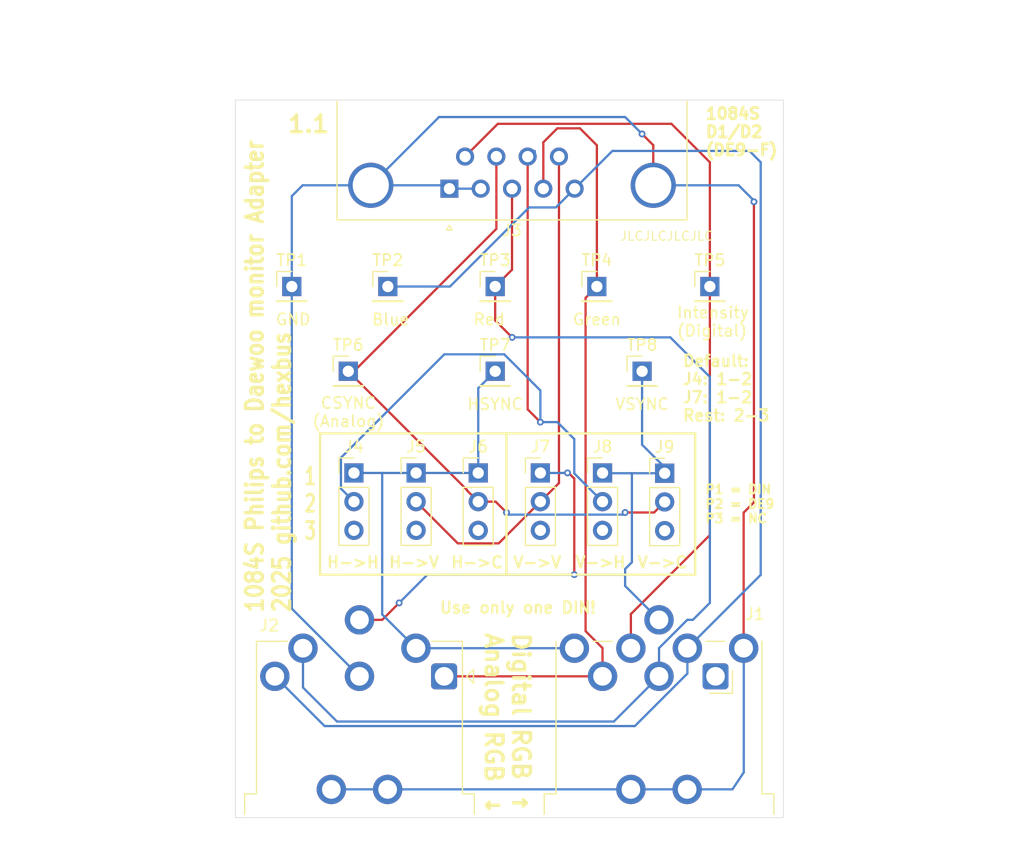
<source format=kicad_pcb>
(kicad_pcb (version 20240108) (generator "pcbnew") (generator_version "8.0")
  (layers (0 "F.Cu" signal) (31 "B.Cu" signal) (34 "B.Paste" user) (35 "F.Paste" user) (36 "B.SilkS" user "B.Silkscreen") (37 "F.SilkS" user "F.Silkscreen") (38 "B.Mask" user) (39 "F.Mask" user) (44 "Edge.Cuts" user))
  (net 0 "")
  (net 3 "/BLUE")
  (net 4 "/HSYNC")
  (net 5 "/GREEN")
  (net 6 "/VSYNC")
  (net 7 "/INTENSITY")
  (net 8 "/GND")
  (net 9 "/RED")
  (net 10 "/CSYNC9")
  (net 15 "/unconnected-(J9-Pin_3-Pad3)")
  (net 16 "HSYNC9")
  (net 17 "VSYNC9")
  (footprint "Connector_PinHeader_2.54mm:PinHeader_1x03_P2.54mm_Vertical" (layer "F.Cu") (at 192.5 94)
    (property "Reference" "J8" (at 0 -2.33 0) (layer "F.SilkS"))
    (property "Value" "V->H")
    (fp_line (start -1.33 -1.33) (end 0 -1.33) (stroke (width 0.12)) (layer "F.SilkS"))
    (fp_line (start -1.33 0) (end -1.33 -1.33) (stroke (width 0.12)) (layer "F.SilkS"))
    (fp_line (start -1.33 1.27) (end -1.33 6.41) (stroke (width 0.12)) (layer "F.SilkS"))
    (fp_line (start -1.33 1.27) (end 1.33 1.27) (stroke (width 0.12)) (layer "F.SilkS"))
    (fp_line (start -1.33 6.41) (end 1.33 6.41) (stroke (width 0.12)) (layer "F.SilkS"))
    (fp_line (start 1.33 1.27) (end 1.33 6.41) (stroke (width 0.12)) (layer "F.SilkS"))
    (pad "1" thru_hole rect (at 0 0) (size 1.7 1.7) (drill 1) (layers "*.Cu" "*.Mask") (net 6 "/VSYNC"))
    (pad "2" thru_hole oval (at 0 2.54) (size 1.7 1.7) (drill 1) (layers "*.Cu" "*.Mask") (net 16 "HSYNC9"))
    (pad "3" thru_hole oval (at 0 5.08) (size 1.7 1.7) (drill 1) (layers "*.Cu" "*.Mask") (net 15 "/unconnected-(J9-Pin_3-Pad3)"))
  )
  (footprint "Connector_PinHeader_2.54mm:PinHeader_1x01_P2.54mm_Vertical" (layer "F.Cu") (at 183 85)
    (property "Reference" "TP7" (at 0 -2.33 0) (layer "F.SilkS"))
    (property "Value" "Pin 8 HSYNC")
    (fp_line (start -1.33 -1.33) (end 0 -1.33) (stroke (width 0.12)) (layer "F.SilkS"))
    (fp_line (start -1.33 0) (end -1.33 -1.33) (stroke (width 0.12)) (layer "F.SilkS"))
    (fp_line (start -1.33 1.27) (end -1.33 1.33) (stroke (width 0.12)) (layer "F.SilkS"))
    (fp_line (start -1.33 1.27) (end 1.33 1.27) (stroke (width 0.12)) (layer "F.SilkS"))
    (fp_line (start -1.33 1.33) (end 1.33 1.33) (stroke (width 0.12)) (layer "F.SilkS"))
    (fp_line (start 1.33 1.27) (end 1.33 1.33) (stroke (width 0.12)) (layer "F.SilkS"))
    (pad "1" thru_hole rect (at 0 0) (size 1.7 1.7) (drill 1) (layers "*.Cu" "*.Mask") (net 4 "/HSYNC"))
  )
  (footprint "Connector_PinHeader_2.54mm:PinHeader_1x01_P2.54mm_Vertical" (layer "F.Cu") (at 183 77.5)
    (property "Reference" "TP3" (at 0 -2.33 0) (layer "F.SilkS"))
    (property "Value" "Pin 3 RED")
    (fp_line (start -1.33 -1.33) (end 0 -1.33) (stroke (width 0.12)) (layer "F.SilkS"))
    (fp_line (start -1.33 0) (end -1.33 -1.33) (stroke (width 0.12)) (layer "F.SilkS"))
    (fp_line (start -1.33 1.27) (end -1.33 1.33) (stroke (width 0.12)) (layer "F.SilkS"))
    (fp_line (start -1.33 1.27) (end 1.33 1.27) (stroke (width 0.12)) (layer "F.SilkS"))
    (fp_line (start -1.33 1.33) (end 1.33 1.33) (stroke (width 0.12)) (layer "F.SilkS"))
    (fp_line (start 1.33 1.27) (end 1.33 1.33) (stroke (width 0.12)) (layer "F.SilkS"))
    (pad "1" thru_hole rect (at 0 0) (size 1.7 1.7) (drill 1) (layers "*.Cu" "*.Mask") (net 9 "/RED"))
  )
  (footprint "Connector_PinHeader_2.54mm:PinHeader_1x01_P2.54mm_Vertical" (layer "F.Cu") (at 170 85)
    (property "Reference" "TP6" (at 0 -2.33 0) (layer "F.SilkS"))
    (property "Value" "Pin 7 CSYNC (Ana)")
    (fp_line (start -1.33 -1.33) (end 0 -1.33) (stroke (width 0.12)) (layer "F.SilkS"))
    (fp_line (start -1.33 0) (end -1.33 -1.33) (stroke (width 0.12)) (layer "F.SilkS"))
    (fp_line (start -1.33 1.27) (end -1.33 1.33) (stroke (width 0.12)) (layer "F.SilkS"))
    (fp_line (start -1.33 1.27) (end 1.33 1.27) (stroke (width 0.12)) (layer "F.SilkS"))
    (fp_line (start -1.33 1.33) (end 1.33 1.33) (stroke (width 0.12)) (layer "F.SilkS"))
    (fp_line (start 1.33 1.27) (end 1.33 1.33) (stroke (width 0.12)) (layer "F.SilkS"))
    (pad "1" thru_hole rect (at 0 0) (size 1.7 1.7) (drill 1) (layers "*.Cu" "*.Mask") (net 10 "/CSYNC9"))
  )
  (footprint "Connector_PinHeader_2.54mm:PinHeader_1x03_P2.54mm_Vertical" (layer "F.Cu") (at 170.5 94)
    (property "Reference" "J4" (at 0 -2.33 0) (layer "F.SilkS"))
    (property "Value" "H->H")
    (fp_line (start -1.33 -1.33) (end 0 -1.33) (stroke (width 0.12)) (layer "F.SilkS"))
    (fp_line (start -1.33 0) (end -1.33 -1.33) (stroke (width 0.12)) (layer "F.SilkS"))
    (fp_line (start -1.33 1.27) (end -1.33 6.41) (stroke (width 0.12)) (layer "F.SilkS"))
    (fp_line (start -1.33 1.27) (end 1.33 1.27) (stroke (width 0.12)) (layer "F.SilkS"))
    (fp_line (start -1.33 6.41) (end 1.33 6.41) (stroke (width 0.12)) (layer "F.SilkS"))
    (fp_line (start 1.33 1.27) (end 1.33 6.41) (stroke (width 0.12)) (layer "F.SilkS"))
    (pad "1" thru_hole rect (at 0 0) (size 1.7 1.7) (drill 1) (layers "*.Cu" "*.Mask") (net 4 "/HSYNC"))
    (pad "2" thru_hole oval (at 0 2.54) (size 1.7 1.7) (drill 1) (layers "*.Cu" "*.Mask") (net 16 "HSYNC9"))
    (pad "3" thru_hole oval (at 0 5.08) (size 1.7 1.7) (drill 1) (layers "*.Cu" "*.Mask"))
  )
  (footprint "Connector_PinHeader_2.54mm:PinHeader_1x01_P2.54mm_Vertical" (layer "F.Cu") (at 173.5 77.5)
    (property "Reference" "TP2" (at 0 -2.33 0) (layer "F.SilkS"))
    (property "Value" "Pin 5 Blue")
    (fp_line (start -1.33 -1.33) (end 0 -1.33) (stroke (width 0.12)) (layer "F.SilkS"))
    (fp_line (start -1.33 0) (end -1.33 -1.33) (stroke (width 0.12)) (layer "F.SilkS"))
    (fp_line (start -1.33 1.27) (end -1.33 1.33) (stroke (width 0.12)) (layer "F.SilkS"))
    (fp_line (start -1.33 1.27) (end 1.33 1.27) (stroke (width 0.12)) (layer "F.SilkS"))
    (fp_line (start -1.33 1.33) (end 1.33 1.33) (stroke (width 0.12)) (layer "F.SilkS"))
    (fp_line (start 1.33 1.27) (end 1.33 1.33) (stroke (width 0.12)) (layer "F.SilkS"))
    (pad "1" thru_hole rect (at 0 0) (size 1.7 1.7) (drill 1) (layers "*.Cu" "*.Mask") (net 3 "/BLUE"))
  )
  (footprint "Connector_PinHeader_2.54mm:PinHeader_1x03_P2.54mm_Vertical" (layer "F.Cu") (at 181.5 94)
    (property "Reference" "J6" (at 0 -2.33 0) (layer "F.SilkS"))
    (property "Value" "H->C")
    (fp_line (start -1.33 -1.33) (end 0 -1.33) (stroke (width 0.12)) (layer "F.SilkS"))
    (fp_line (start -1.33 0) (end -1.33 -1.33) (stroke (width 0.12)) (layer "F.SilkS"))
    (fp_line (start -1.33 1.27) (end -1.33 6.41) (stroke (width 0.12)) (layer "F.SilkS"))
    (fp_line (start -1.33 1.27) (end 1.33 1.27) (stroke (width 0.12)) (layer "F.SilkS"))
    (fp_line (start -1.33 6.41) (end 1.33 6.41) (stroke (width 0.12)) (layer "F.SilkS"))
    (fp_line (start 1.33 1.27) (end 1.33 6.41) (stroke (width 0.12)) (layer "F.SilkS"))
    (pad "1" thru_hole rect (at 0 0) (size 1.7 1.7) (drill 1) (layers "*.Cu" "*.Mask") (net 4 "/HSYNC"))
    (pad "2" thru_hole oval (at 0 2.54) (size 1.7 1.7) (drill 1) (layers "*.Cu" "*.Mask") (net 10 "/CSYNC9"))
    (pad "3" thru_hole oval (at 0 5.08) (size 1.7 1.7) (drill 1) (layers "*.Cu" "*.Mask"))
  )
  (footprint "Connector_PinHeader_2.54mm:PinHeader_1x01_P2.54mm_Vertical" (layer "F.Cu") (at 196 85)
    (property "Reference" "TP8" (at 0 -2.33 0) (layer "F.SilkS"))
    (property "Value" "Pin 9 VSYNC")
    (fp_line (start -1.33 -1.33) (end 0 -1.33) (stroke (width 0.12)) (layer "F.SilkS"))
    (fp_line (start -1.33 0) (end -1.33 -1.33) (stroke (width 0.12)) (layer "F.SilkS"))
    (fp_line (start -1.33 1.27) (end -1.33 1.33) (stroke (width 0.12)) (layer "F.SilkS"))
    (fp_line (start -1.33 1.27) (end 1.33 1.27) (stroke (width 0.12)) (layer "F.SilkS"))
    (fp_line (start -1.33 1.33) (end 1.33 1.33) (stroke (width 0.12)) (layer "F.SilkS"))
    (fp_line (start 1.33 1.27) (end 1.33 1.33) (stroke (width 0.12)) (layer "F.SilkS"))
    (pad "1" thru_hole rect (at 0 0) (size 1.7 1.7) (drill 1) (layers "*.Cu" "*.Mask") (net 6 "/VSYNC"))
  )
  (footprint "krl_Connector_DIN:TE_9-211509-0_DIN-6_Circular" (layer "F.Cu") (at 178.48 112)
    (property "Reference" "J2" (at -15.48 -4.5 0) (layer "F.SilkS"))
    (property "Value" "TE_9-211509-0_DIN-6_Circular")
    (fp_line (start -17.65 10.4) (end -16.6 10.4) (stroke (width 0.12)) (layer "F.SilkS"))
    (fp_line (start -17.65 12.2) (end -17.65 10.4) (stroke (width 0.12)) (layer "F.SilkS"))
    (fp_line (start -16.6 -3.1) (end -13.85 -3.1) (stroke (width 0.12)) (layer "F.SilkS"))
    (fp_line (start -16.6 10.4) (end -16.6 -3.1) (stroke (width 0.12)) (layer "F.SilkS"))
    (fp_line (start 1.62 -3.1) (end -1.1 -3.1) (stroke (width 0.12)) (layer "F.SilkS"))
    (fp_line (start 1.62 10.4) (end 1.62 -3.1) (stroke (width 0.12)) (layer "F.SilkS"))
    (fp_line (start 2 0) (end 2.6 -0.6) (stroke (width 0.12)) (layer "F.SilkS"))
    (fp_line (start 2.6 -0.6) (end 2.6 0.6) (stroke (width 0.12)) (layer "F.SilkS"))
    (fp_line (start 2.6 0.6) (end 2 0) (stroke (width 0.12)) (layer "F.SilkS"))
    (fp_line (start 2.67 10.4) (end 1.62 10.4) (stroke (width 0.12)) (layer "F.SilkS"))
    (fp_line (start 2.67 12.2) (end 2.67 10.4) (stroke (width 0.12)) (layer "F.SilkS"))
    (pad "0" thru_hole circle (at -9.98 10.01) (size 2.6 2.6) (drill 1.65) (layers "*.Cu" "*.Mask") (net 8 "/GND"))
    (pad "0" thru_hole circle (at -5 10.01) (size 2.6 2.6) (drill 1.65) (layers "*.Cu" "*.Mask") (net 8 "/GND"))
    (pad "1" thru_hole roundrect (at 0 0) (size 2.3 2.3) (drill 1.65) (layers "*.Cu" "*.Mask") (roundrect_rratio 0.15) (net 5 "/GREEN"))
    (pad "2" thru_hole circle (at -2.49 -2.49) (size 2.6 2.6) (drill 1.65) (layers "*.Cu" "*.Mask") (net 4 "/HSYNC"))
    (pad "3" thru_hole circle (at -7.49 0) (size 2.6 2.6) (drill 1.65) (layers "*.Cu" "*.Mask") (net 8 "/GND"))
    (pad "4" thru_hole circle (at -12.49 -2.49) (size 2.6 2.6) (drill 1.65) (layers "*.Cu" "*.Mask") (net 9 "/RED"))
    (pad "5" thru_hole circle (at -14.98 0) (size 2.6 2.6) (drill 1.65) (layers "*.Cu" "*.Mask") (net 3 "/BLUE"))
    (pad "6" thru_hole circle (at -7.49 -5) (size 2.6 2.6) (drill 1.65) (layers "*.Cu" "*.Mask") (net 6 "/VSYNC"))
  )
  (footprint "Connector_Dsub:DSUB-9_Female_Horizontal_P2.77x2.84mm_EdgePinOffset4.94mm_Housed_MountingHolesOffset7.48mm" (layer "F.Cu") (at 178.95 68.84 180)
    (property "Reference" "J3" (at -5.54 -3.7 180) (layer "F.SilkS"))
    (property "Value" "Connector_Dsub:DSUB-9_Female_Horizontal_P2.77x2.84mm_EdgePinOffset4.94mm_Housed_MountingHolesOffset7.48mm")
    (fp_line (start 9.945 -2.76) (end 9.945 7.72) (stroke (width 0.12)) (layer "F.SilkS"))
    (fp_line (start 0.25 -3.654338) (end 0 -3.221325) (stroke (width 0.12)) (layer "F.SilkS"))
    (fp_line (start 0 -3.221325) (end -0.25 -3.654338) (stroke (width 0.12)) (layer "F.SilkS"))
    (fp_line (start -0.25 -3.654338) (end 0.25 -3.654338) (stroke (width 0.12)) (layer "F.SilkS"))
    (fp_line (start -21.025 7.72) (end -21.025 -2.76) (stroke (width 0.12)) (layer "F.SilkS"))
    (fp_line (start -21.025 -2.76) (end 9.945 -2.76) (stroke (width 0.12)) (layer "F.SilkS"))
    (pad "0" thru_hole circle (at -18.04 0.3 180) (size 4 4) (drill 3.2) (layers "*.Cu" "*.Mask") (net 8 "/GND"))
    (pad "0" thru_hole circle (at 6.96 0.3 180) (size 4 4) (drill 3.2) (layers "*.Cu" "*.Mask") (net 8 "/GND"))
    (pad "1" thru_hole rect (at 0 0 180) (size 1.6 1.6) (drill 1) (layers "*.Cu" "*.Mask") (net 8 "/GND"))
    (pad "2" thru_hole circle (at -2.77 0 180) (size 1.6 1.6) (drill 1) (layers "*.Cu" "*.Mask") (net 8 "/GND"))
    (pad "3" thru_hole circle (at -5.54 0 180) (size 1.6 1.6) (drill 1) (layers "*.Cu" "*.Mask") (net 9 "/RED"))
    (pad "4" thru_hole circle (at -8.31 0 180) (size 1.6 1.6) (drill 1) (layers "*.Cu" "*.Mask") (net 5 "/GREEN"))
    (pad "5" thru_hole circle (at -11.08 0 180) (size 1.6 1.6) (drill 1) (layers "*.Cu" "*.Mask") (net 3 "/BLUE"))
    (pad "6" thru_hole circle (at -1.385 2.84 180) (size 1.6 1.6) (drill 1) (layers "*.Cu" "*.Mask") (net 7 "/INTENSITY"))
    (pad "7" thru_hole circle (at -4.155 2.84 180) (size 1.6 1.6) (drill 1) (layers "*.Cu" "*.Mask") (net 10 "/CSYNC9"))
    (pad "8" thru_hole circle (at -6.925 2.84 180) (size 1.6 1.6) (drill 1) (layers "*.Cu" "*.Mask") (net 16 "HSYNC9"))
    (pad "9" thru_hole circle (at -9.695 2.84 180) (size 1.6 1.6) (drill 1) (layers "*.Cu" "*.Mask") (net 17 "VSYNC9"))
  )
  (footprint "Connector_PinHeader_2.54mm:PinHeader_1x01_P2.54mm_Vertical" (layer "F.Cu") (at 202 77.5)
    (property "Reference" "TP5" (at 0 -2.33 0) (layer "F.SilkS"))
    (property "Value" "P6 Intensity (Dig)")
    (fp_line (start -1.33 -1.33) (end 0 -1.33) (stroke (width 0.12)) (layer "F.SilkS"))
    (fp_line (start -1.33 0) (end -1.33 -1.33) (stroke (width 0.12)) (layer "F.SilkS"))
    (fp_line (start -1.33 1.27) (end -1.33 1.33) (stroke (width 0.12)) (layer "F.SilkS"))
    (fp_line (start -1.33 1.27) (end 1.33 1.27) (stroke (width 0.12)) (layer "F.SilkS"))
    (fp_line (start -1.33 1.33) (end 1.33 1.33) (stroke (width 0.12)) (layer "F.SilkS"))
    (fp_line (start 1.33 1.27) (end 1.33 1.33) (stroke (width 0.12)) (layer "F.SilkS"))
    (pad "1" thru_hole rect (at 0 0) (size 1.7 1.7) (drill 1) (layers "*.Cu" "*.Mask") (net 7 "/INTENSITY"))
  )
  (footprint "Connector_PinHeader_2.54mm:PinHeader_1x01_P2.54mm_Vertical" (layer "F.Cu") (at 165 77.5)
    (property "Reference" "TP1" (at 0 -2.33 0) (layer "F.SilkS"))
    (property "Value" "P1+2 GND")
    (fp_line (start -1.33 -1.33) (end 0 -1.33) (stroke (width 0.12)) (layer "F.SilkS"))
    (fp_line (start -1.33 0) (end -1.33 -1.33) (stroke (width 0.12)) (layer "F.SilkS"))
    (fp_line (start -1.33 1.27) (end -1.33 1.33) (stroke (width 0.12)) (layer "F.SilkS"))
    (fp_line (start -1.33 1.27) (end 1.33 1.27) (stroke (width 0.12)) (layer "F.SilkS"))
    (fp_line (start -1.33 1.33) (end 1.33 1.33) (stroke (width 0.12)) (layer "F.SilkS"))
    (fp_line (start 1.33 1.27) (end 1.33 1.33) (stroke (width 0.12)) (layer "F.SilkS"))
    (pad "1" thru_hole rect (at 0 0) (size 1.7 1.7) (drill 1) (layers "*.Cu" "*.Mask") (net 8 "/GND"))
  )
  (footprint "Connector_PinHeader_2.54mm:PinHeader_1x01_P2.54mm_Vertical" (layer "F.Cu") (at 192 77.5)
    (property "Reference" "TP4" (at 0 -2.33 0) (layer "F.SilkS"))
    (property "Value" "Pin 4 GREEN")
    (fp_line (start -1.33 -1.33) (end 0 -1.33) (stroke (width 0.12)) (layer "F.SilkS"))
    (fp_line (start -1.33 0) (end -1.33 -1.33) (stroke (width 0.12)) (layer "F.SilkS"))
    (fp_line (start -1.33 1.27) (end -1.33 1.33) (stroke (width 0.12)) (layer "F.SilkS"))
    (fp_line (start -1.33 1.27) (end 1.33 1.27) (stroke (width 0.12)) (layer "F.SilkS"))
    (fp_line (start -1.33 1.33) (end 1.33 1.33) (stroke (width 0.12)) (layer "F.SilkS"))
    (fp_line (start 1.33 1.27) (end 1.33 1.33) (stroke (width 0.12)) (layer "F.SilkS"))
    (pad "1" thru_hole rect (at 0 0) (size 1.7 1.7) (drill 1) (layers "*.Cu" "*.Mask") (net 5 "/GREEN"))
  )
  (footprint "krl_Connector_DIN:TE_5211511-1_DIN-8_Circular" (layer "F.Cu") (at 202.5 112)
    (property "Reference" "J1" (at 3.5 -5.5 0) (layer "F.SilkS"))
    (property "Value" "TE_5211511-1_DIN-8_Circular")
    (fp_line (start -15.16 10.4) (end -14.11 10.4) (stroke (width 0.12)) (layer "F.SilkS"))
    (fp_line (start -15.16 12.2) (end -15.16 10.4) (stroke (width 0.12)) (layer "F.SilkS"))
    (fp_line (start -14.11 10.4) (end -14.11 -3.1) (stroke (width 0.12)) (layer "F.SilkS"))
    (fp_line (start -9.15 -3.1) (end -10.8 -3.1) (stroke (width 0.12)) (layer "F.SilkS"))
    (fp_line (start 0.8 -3.1) (end -0.85 -3.1) (stroke (width 0.12)) (layer "F.SilkS"))
    (fp_line (start 1.5 -0.5) (end 1.5 1.5) (stroke (width 0.12)) (layer "F.SilkS"))
    (fp_line (start 1.5 1.5) (end -0.5 1.5) (stroke (width 0.12)) (layer "F.SilkS"))
    (fp_line (start 4.11 10.4) (end 4.11 -3.1) (stroke (width 0.12)) (layer "F.SilkS"))
    (fp_line (start 5.16 10.4) (end 4.11 10.4) (stroke (width 0.12)) (layer "F.SilkS"))
    (fp_line (start 5.16 12.2) (end 5.16 10.4) (stroke (width 0.12)) (layer "F.SilkS"))
    (pad "0" thru_hole circle (at -7.49 10.01) (size 2.6 2.6) (drill 1.65) (layers "*.Cu" "*.Mask") (net 8 "/GND"))
    (pad "0" thru_hole circle (at -2.51 10.01) (size 2.6 2.6) (drill 1.65) (layers "*.Cu" "*.Mask") (net 8 "/GND"))
    (pad "1" thru_hole roundrect (at 0 0) (size 2.3 2.3) (drill 1.65) (layers "*.Cu" "*.Mask") (roundrect_rratio 0.15))
    (pad "2" thru_hole circle (at -5 0) (size 2.6 2.6) (drill 1.65) (layers "*.Cu" "*.Mask") (net 9 "/RED"))
    (pad "3" thru_hole circle (at -10 0) (size 2.6 2.6) (drill 1.65) (layers "*.Cu" "*.Mask") (net 5 "/GREEN"))
    (pad "4" thru_hole circle (at -2.49 -2.49) (size 2.6 2.6) (drill 1.65) (layers "*.Cu" "*.Mask") (net 3 "/BLUE"))
    (pad "5" thru_hole circle (at -7.49 -2.49) (size 2.6 2.6) (drill 1.65) (layers "*.Cu" "*.Mask") (net 7 "/INTENSITY"))
    (pad "6" thru_hole circle (at 2.49 -2.49) (size 2.6 2.6) (drill 1.65) (layers "*.Cu" "*.Mask") (net 8 "/GND"))
    (pad "7" thru_hole circle (at -12.49 -2.49) (size 2.6 2.6) (drill 1.65) (layers "*.Cu" "*.Mask") (net 4 "/HSYNC"))
    (pad "8" thru_hole circle (at -5 -5) (size 2.6 2.6) (drill 1.65) (layers "*.Cu" "*.Mask") (net 6 "/VSYNC"))
  )
  (footprint "Connector_PinHeader_2.54mm:PinHeader_1x03_P2.54mm_Vertical" (layer "F.Cu") (at 198 94.025)
    (property "Reference" "J9" (at 0 -2.33 0) (layer "F.SilkS"))
    (property "Value" "V->C")
    (fp_line (start -1.33 -1.33) (end 0 -1.33) (stroke (width 0.12)) (layer "F.SilkS"))
    (fp_line (start -1.33 0) (end -1.33 -1.33) (stroke (width 0.12)) (layer "F.SilkS"))
    (fp_line (start -1.33 1.27) (end -1.33 6.41) (stroke (width 0.12)) (layer "F.SilkS"))
    (fp_line (start -1.33 1.27) (end 1.33 1.27) (stroke (width 0.12)) (layer "F.SilkS"))
    (fp_line (start -1.33 6.41) (end 1.33 6.41) (stroke (width 0.12)) (layer "F.SilkS"))
    (fp_line (start 1.33 1.27) (end 1.33 6.41) (stroke (width 0.12)) (layer "F.SilkS"))
    (pad "1" thru_hole rect (at 0 0) (size 1.7 1.7) (drill 1) (layers "*.Cu" "*.Mask") (net 6 "/VSYNC"))
    (pad "2" thru_hole oval (at 0 2.54) (size 1.7 1.7) (drill 1) (layers "*.Cu" "*.Mask") (net 10 "/CSYNC9"))
    (pad "3" thru_hole oval (at 0 5.08) (size 1.7 1.7) (drill 1) (layers "*.Cu" "*.Mask"))
  )
  (footprint "Connector_PinHeader_2.54mm:PinHeader_1x03_P2.54mm_Vertical" (layer "F.Cu") (at 187 94)
    (property "Reference" "J7" (at 0 -2.33 0) (layer "F.SilkS"))
    (property "Value" "V->V")
    (fp_line (start -1.33 -1.33) (end 0 -1.33) (stroke (width 0.12)) (layer "F.SilkS"))
    (fp_line (start -1.33 0) (end -1.33 -1.33) (stroke (width 0.12)) (layer "F.SilkS"))
    (fp_line (start -1.33 1.27) (end -1.33 6.41) (stroke (width 0.12)) (layer "F.SilkS"))
    (fp_line (start -1.33 1.27) (end 1.33 1.27) (stroke (width 0.12)) (layer "F.SilkS"))
    (fp_line (start -1.33 6.41) (end 1.33 6.41) (stroke (width 0.12)) (layer "F.SilkS"))
    (fp_line (start 1.33 1.27) (end 1.33 6.41) (stroke (width 0.12)) (layer "F.SilkS"))
    (pad "1" thru_hole rect (at 0 0) (size 1.7 1.7) (drill 1) (layers "*.Cu" "*.Mask") (net 6 "/VSYNC"))
    (pad "2" thru_hole oval (at 0 2.54) (size 1.7 1.7) (drill 1) (layers "*.Cu" "*.Mask") (net 17 "VSYNC9"))
    (pad "3" thru_hole oval (at 0 5.08) (size 1.7 1.7) (drill 1) (layers "*.Cu" "*.Mask"))
  )
  (footprint "Connector_PinHeader_2.54mm:PinHeader_1x03_P2.54mm_Vertical" (layer "F.Cu") (at 176 94)
    (property "Reference" "J5" (at 0 -2.33 0) (layer "F.SilkS"))
    (property "Value" "H->V")
    (fp_line (start -1.33 -1.33) (end 0 -1.33) (stroke (width 0.12)) (layer "F.SilkS"))
    (fp_line (start -1.33 0) (end -1.33 -1.33) (stroke (width 0.12)) (layer "F.SilkS"))
    (fp_line (start -1.33 1.27) (end -1.33 6.41) (stroke (width 0.12)) (layer "F.SilkS"))
    (fp_line (start -1.33 1.27) (end 1.33 1.27) (stroke (width 0.12)) (layer "F.SilkS"))
    (fp_line (start -1.33 6.41) (end 1.33 6.41) (stroke (width 0.12)) (layer "F.SilkS"))
    (fp_line (start 1.33 1.27) (end 1.33 6.41) (stroke (width 0.12)) (layer "F.SilkS"))
    (pad "1" thru_hole rect (at 0 0) (size 1.7 1.7) (drill 1) (layers "*.Cu" "*.Mask") (net 4 "/HSYNC"))
    (pad "2" thru_hole oval (at 0 2.54) (size 1.7 1.7) (drill 1) (layers "*.Cu" "*.Mask") (net 17 "VSYNC9"))
    (pad "3" thru_hole oval (at 0 5.08) (size 1.7 1.7) (drill 1) (layers "*.Cu" "*.Mask"))
  )
  (gr_line (start 185 68.5) (end 184.5 68.5) (stroke (width 0.2)) (layer "F.Cu") (net 9))
  (gr_line (start 195 122) (end 173.5 122) (stroke (width 0.2)) (layer "B.Cu") (net 8))
  (gr_line (start 205 120.5) (end 204 122) (stroke (width 0.2)) (layer "B.Cu") (net 8))
  (gr_line (start 186.5 65.5) (end 186.5 66) (stroke (width 0.2)) (layer "B.Cu") (net 16))
  (gr_line (start 173.5 122) (end 168.5 122) (stroke (width 0.2)) (layer "B.Cu") (net 8))
  (gr_line (start 205 119) (end 205 120.5) (stroke (width 0.2)) (layer "B.Cu") (net 8))
  (gr_line (start 205 109.5) (end 205 119) (stroke (width 0.2)) (layer "B.Cu") (net 8))
  (gr_line (start 204 122) (end 200 122) (stroke (width 0.2)) (layer "B.Cu") (net 8))
  (gr_line (start 200 122) (end 195 122) (stroke (width 0.2)) (layer "B.Cu") (net 8))
  (gr_rect (start 167.5 90.5) (end 184 103) (stroke (width 0.2)) (fill none) (layer "F.SilkS"))
  (gr_rect (start 184 90.5) (end 200.7 103) (stroke (width 0.2)) (fill none) (layer "F.SilkS"))
  (gr_line (start 208.5 124.5) (end 208.5 61) (stroke (width 0.05)) (layer "Edge.Cuts"))
  (gr_line (start 160 61) (end 160 124.5) (stroke (width 0.05)) (layer "Edge.Cuts"))
  (gr_line (start 208.5 61) (end 160 61) (stroke (width 0.05)) (layer "Edge.Cuts"))
  (gr_line (start 160 124.5) (end 208.5 124.5) (stroke (width 0.05)) (layer "Edge.Cuts"))
  (gr_text "Default:\nJ4: 1-2\nJ7: 1-2\nRest: 2-3" (at 199.5 89.5 0) (layer "F.SilkS") (effects (font (size 1 1) (thickness 0.2) (bold yes)) (justify left bottom)))
  (gr_text "P1 = DIN\nP2 = DE9\nP3 = NC" (at 201.5 98.5 0) (layer "F.SilkS") (effects (font (size 0.8 0.8) (thickness 0.1875) (bold yes)) (justify left bottom)))
  (gr_text "V->H" (at 190 102.5 0) (layer "F.SilkS") (effects (font (size 1 1) (thickness 0.2) (bold yes)) (justify left bottom)))
  (gr_text "Use only one DIN!" (at 178 106.5 0) (layer "F.SilkS") (effects (font (size 1 1) (thickness 0.2) (bold yes)) (justify left bottom)))
  (gr_text "1084S \nD1/D2\n(DE9-F)" (at 201.5 66 0) (layer "F.SilkS") (effects (font (size 1 1) (thickness 0.25) (bold yes)) (justify left bottom)))
  (gr_text "CSYNC\n(Analog)" (at 170 90 0) (layer "F.SilkS") (effects (font (size 1 1)) (justify bottom)))
  (gr_text "V->V" (at 184.5 102.5 0) (layer "F.SilkS") (effects (font (size 1 1) (thickness 0.2) (bold yes)) (justify left bottom)))
  (gr_text "H->H" (at 168 102.5 0) (layer "F.SilkS") (effects (font (size 1 1) (thickness 0.2) (bold yes)) (justify left bottom)))
  (gr_text "Blue" (at 172 81 0) (layer "F.SilkS") (effects (font (size 1 1)) (justify left bottom)))
  (gr_text "HSYNC" (at 183 88.5 0) (layer "F.SilkS") (effects (font (size 1 1)) (justify bottom)))
  (gr_text "Digital RGB ↑\nAnalog RGB ↓" (at 182 108 270) (layer "F.SilkS") (effects (font (size 1.5 1.5) (thickness 0.3) (bold yes)) (justify left bottom)))
  (gr_text "Red" (at 181 81 0) (layer "F.SilkS") (effects (font (size 1 1)) (justify left bottom)))
  (gr_text "1.1" (at 164.5 64 0) (layer "F.SilkS") (effects (font (size 1.5 1.5) (thickness 0.3) (bold yes)) (justify left bottom)))
  (gr_text "1084S Philips to Daewoo monitor Adapter\n2025 github.com/hexbus" (at 165 106.5 90) (layer "F.SilkS") (effects (font (size 1.5 1.3) (thickness 0.3) (bold yes)) (justify left bottom)))
  (gr_text "Intensity\n(Digital)" (at 199 82 0) (layer "F.SilkS") (effects (font (size 1 1)) (justify left bottom)))
  (gr_text "H->V" (at 173.5 102.5 0) (layer "F.SilkS") (effects (font (size 1 1) (thickness 0.2) (bold yes)) (justify left bottom)))
  (gr_text "Green" (at 192 81 0) (layer "F.SilkS") (effects (font (size 1 1)) (justify bottom)))
  (gr_text "JLCJLCJLCJLC" (at 194 73.5 0) (layer "F.SilkS") (effects (font (size 0.8 0.8) (thickness 0.1)) (justify left bottom)))
  (gr_text "H->C" (at 179 102.5 0) (layer "F.SilkS") (effects (font (size 1 1) (thickness 0.2) (bold yes)) (justify left bottom)))
  (gr_text "V->C" (at 195.5 102.5 0) (layer "F.SilkS") (effects (font (size 1 1) (thickness 0.2) (bold yes)) (justify left bottom)))
  (gr_text "VSYNC" (at 196 88.5 0) (layer "F.SilkS") (effects (font (size 1 1)) (justify bottom)))
  (gr_text "1\n2\n3" (at 166 100 0) (layer "F.SilkS") (effects (font (size 1.5 1) (thickness 0.25) (bold yes)) (justify left bottom)))
  (gr_text "GND" (at 163.5 81 0) (layer "F.SilkS") (effects (font (size 1 1)) (justify left bottom)))
  (segment (start 206.5 66.5) (end 206.5 103.02) (width 0.2) (layer "B.Cu") (net 3))
  (segment (start 195.362742 116.4) (end 167.9 116.4) (width 0.2) (layer "B.Cu") (net 3))
  (segment (start 173.5 77.5) (end 179 77.5) (width 0.2) (layer "B.Cu") (net 3))
  (segment (start 167.9 116.4) (end 163.5 112) (width 0.2) (layer "B.Cu") (net 3))
  (segment (start 193.37 65.5) (end 205.5 65.5) (width 0.2) (layer "B.Cu") (net 3))
  (segment (start 179 77.5) (end 186 70.5) (width 0.2) (layer "B.Cu") (net 3))
  (segment (start 200.01 109.51) (end 200.01 111.752742) (width 0.2) (layer "B.Cu") (net 3))
  (segment (start 206.5 103.02) (end 200.01 109.51) (width 0.2) (layer "B.Cu") (net 3))
  (segment (start 186 70.5) (end 188.37 70.5) (width 0.2) (layer "B.Cu") (net 3))
  (segment (start 200.01 111.752742) (end 195.362742 116.4) (width 0.2) (layer "B.Cu") (net 3))
  (segment (start 188.37 70.5) (end 190.03 68.84) (width 0.2) (layer "B.Cu") (net 3))
  (segment (start 190.03 68.84) (end 193.37 65.5) (width 0.2) (layer "B.Cu") (net 3))
  (segment (start 205.5 65.5) (end 206.5 66.5) (width 0.2) (layer "B.Cu") (net 3))
  (segment (start 173 106.52) (end 175.99 109.51) (width 0.2) (layer "B.Cu") (net 4))
  (segment (start 181.5 94) (end 181.5 86.5) (width 0.2) (layer "B.Cu") (net 4))
  (segment (start 173 94) (end 176 94) (width 0.2) (layer "B.Cu") (net 4))
  (segment (start 173 94) (end 173 106.52) (width 0.2) (layer "B.Cu") (net 4))
  (segment (start 181.5 86.5) (end 183 85) (width 0.2) (layer "B.Cu") (net 4))
  (segment (start 170.5 94) (end 173 94) (width 0.2) (layer "B.Cu") (net 4))
  (segment (start 175.99 109.51) (end 190.01 109.51) (width 0.2) (layer "B.Cu") (net 4))
  (segment (start 176 94) (end 181.5 94) (width 0.2) (layer "B.Cu") (net 4))
  (segment (start 190.5 63.5) (end 192 65) (width 0.2) (layer "F.Cu") (net 5))
  (segment (start 191 108) (end 192.5 109.5) (width 0.2) (layer "F.Cu") (net 5))
  (segment (start 192 65) (end 192 77.5) (width 0.2) (layer "F.Cu") (net 5))
  (segment (start 191 78.5) (end 191 108) (width 0.2) (layer "F.Cu") (net 5))
  (segment (start 192 77.5) (end 191 78.5) (width 0.2) (layer "F.Cu") (net 5))
  (segment (start 187.26 64.74) (end 188.5 63.5) (width 0.2) (layer "F.Cu") (net 5))
  (segment (start 187.26 68.84) (end 187.26 64.74) (width 0.2) (layer "F.Cu") (net 5))
  (segment (start 192.5 109.5) (end 192.5 112) (width 0.2) (layer "F.Cu") (net 5))
  (segment (start 192.5 112) (end 178.48 112) (width 0.2) (layer "F.Cu") (net 5))
  (segment (start 188.5 63.5) (end 190.5 63.5) (width 0.2) (layer "F.Cu") (net 5))
  (segment (start 190 103) (end 190 94.5) (width 0.2) (layer "F.Cu") (net 6))
  (segment (start 189.492153 93.992153) (end 189.4 93.992153) (width 0.2) (layer "F.Cu") (net 6))
  (segment (start 173 107) (end 170.99 107) (width 0.2) (layer "F.Cu") (net 6))
  (segment (start 190 94.5) (end 189.492153 93.992153) (width 0.2) (layer "F.Cu") (net 6))
  (segment (start 174.5 105.5) (end 173 107) (width 0.2) (layer "F.Cu") (net 6))
  (via (at 190 103) (size 0.6) (drill 0.3) (layers "F.Cu" "B.Cu") (net 6))
  (via (at 189.4 93.992153) (size 0.6) (drill 0.3) (layers "F.Cu" "B.Cu") (net 6))
  (via (at 174.5 105.5) (size 0.6) (drill 0.3) (layers "F.Cu" "B.Cu") (net 6))
  (segment (start 195.1 101.9) (end 195.1 94.125) (width 0.2) (layer "B.Cu") (net 6))
  (segment (start 198 93.5) (end 196 91.5) (width 0.2) (layer "B.Cu") (net 6))
  (segment (start 197.5 107) (end 194.5 104) (width 0.2) (layer "B.Cu") (net 6))
  (segment (start 194.5 103) (end 177 103) (width 0.2) (layer "B.Cu") (net 6))
  (segment (start 195 94.025) (end 192.525 94.025) (width 0.2) (layer "B.Cu") (net 6))
  (segment (start 194.5 103) (end 194.5 102.5) (width 0.2) (layer "B.Cu") (net 6))
  (segment (start 177 103) (end 174.5 105.5) (width 0.2) (layer "B.Cu") (net 6))
  (segment (start 194.5 104) (end 194.5 103) (width 0.2) (layer "B.Cu") (net 6))
  (segment (start 198 94.025) (end 195 94.025) (width 0.2) (layer "B.Cu") (net 6))
  (segment (start 192.525 94.025) (end 192.5 94) (width 0.2) (layer "B.Cu") (net 6))
  (segment (start 198 94.025) (end 198 93.5) (width 0.2) (layer "B.Cu") (net 6))
  (segment (start 189.4 93.992153) (end 189.392153 94) (width 0.2) (layer "B.Cu") (net 6))
  (segment (start 194.5 102.5) (end 195.1 101.9) (width 0.2) (layer "B.Cu") (net 6))
  (segment (start 196 91.5) (end 196 85) (width 0.2) (layer "B.Cu") (net 6))
  (segment (start 189.392153 94) (end 187 94) (width 0.2) (layer "B.Cu") (net 6))
  (segment (start 195.1 94.125) (end 195 94.025) (width 0.2) (layer "B.Cu") (net 6))
  (segment (start 180.335 66) (end 183.235 63.1) (width 0.2) (layer "F.Cu") (net 7))
  (segment (start 202 66.5) (end 202 77.5) (width 0.2) (layer "F.Cu") (net 7))
  (segment (start 198.6 63.1) (end 202 66.5) (width 0.2) (layer "F.Cu") (net 7))
  (segment (start 202 99.5) (end 195.01 106.49) (width 0.2) (layer "F.Cu") (net 7))
  (segment (start 195.01 106.49) (end 195.01 109.51) (width 0.2) (layer "F.Cu") (net 7))
  (segment (start 183.235 63.1) (end 198.6 63.1) (width 0.2) (layer "F.Cu") (net 7))
  (segment (start 202 77.5) (end 202 99.5) (width 0.2) (layer "F.Cu") (net 7))
  (segment (start 196.99 68.54) (end 196.99 64.99) (width 0.2) (layer "F.Cu") (net 8))
  (segment (start 205.9 96.6) (end 204.99 97.51) (width 0.2) (layer "F.Cu") (net 8))
  (segment (start 196.99 64.99) (end 196 64) (width 0.2) (layer "F.Cu") (net 8))
  (segment (start 204.99 97.51) (end 204.99 109.51) (width 0.2) (layer "F.Cu") (net 8))
  (segment (start 205.9 70) (end 205.9 96.6) (width 0.2) (layer "F.Cu") (net 8))
  (via (at 196 64) (size 0.6) (drill 0.3) (layers "F.Cu" "B.Cu") (net 8))
  (via (at 205.9 70) (size 0.6) (drill 0.3) (layers "F.Cu" "B.Cu") (net 8))
  (segment (start 178.36 68.54) (end 171.99 68.54) (width 0.2) (layer "B.Cu") (net 8))
  (segment (start 206 70) (end 205.9 70) (width 0.2) (layer "B.Cu") (net 8))
  (segment (start 165 106.01) (end 170.99 112) (width 0.2) (layer "B.Cu") (net 8))
  (segment (start 196 64) (end 194.5 62.5) (width 0.2) (layer "B.Cu") (net 8))
  (segment (start 196.99 68.54) (end 204.54 68.54) (width 0.2) (layer "B.Cu") (net 8))
  (segment (start 178.95 68.84) (end 178.66 68.84) (width 0.2) (layer "B.Cu") (net 8))
  (segment (start 178 62.53) (end 171.99 68.54) (width 0.2) (layer "B.Cu") (net 8))
  (segment (start 165 69.5) (end 165 77.5) (width 0.2) (layer "B.Cu") (net 8))
  (segment (start 194.5 62.5) (end 178 62.5) (width 0.2) (layer "B.Cu") (net 8))
  (segment (start 178.95 68.84) (end 181.72 68.84) (width 0.2) (layer "B.Cu") (net 8))
  (segment (start 165.96 68.54) (end 165 69.5) (width 0.2) (layer "B.Cu") (net 8))
  (segment (start 204.54 68.54) (end 206 70) (width 0.2) (layer "B.Cu") (net 8))
  (segment (start 171.99 68.54) (end 165.96 68.54) (width 0.2) (layer "B.Cu") (net 8))
  (segment (start 178 62.5) (end 178 62.53) (width 0.2) (layer "B.Cu") (net 8))
  (segment (start 165 77.5) (end 165 106.01) (width 0.2) (layer "B.Cu") (net 8))
  (segment (start 178.66 68.84) (end 178.36 68.54) (width 0.2) (layer "B.Cu") (net 8))
  (segment (start 183 77.5) (end 183 80.5) (width 0.2) (layer "F.Cu") (net 9))
  (segment (start 184.49 68.84) (end 184.49 76.01) (width 0.2) (layer "F.Cu") (net 9))
  (segment (start 184.49 76.01) (end 183 77.5) (width 0.2) (layer "F.Cu") (net 9))
  (segment (start 183 80.5) (end 184.5 82) (width 0.2) (layer "F.Cu") (net 9))
  (via (at 184.5 82) (size 0.6) (drill 0.3) (layers "F.Cu" "B.Cu") (net 9))
  (segment (start 169 116) (end 165.99 112.99) (width 0.2) (layer "B.Cu") (net 9))
  (segment (start 193.5 116) (end 169 116) (width 0.2) (layer "B.Cu") (net 9))
  (segment (start 200.5 107) (end 200 107) (width 0.2) (layer "B.Cu") (net 9))
  (segment (start 184.5 82) (end 198.5 82) (width 0.2) (layer "B.Cu") (net 9))
  (segment (start 197.5 109.5) (end 197.5 112) (width 0.2) (layer "B.Cu") (net 9))
  (segment (start 165.99 112.99) (end 165.99 109.51) (width 0.2) (layer "B.Cu") (net 9))
  (segment (start 202 85.5) (end 202 105.5) (width 0.2) (layer "B.Cu") (net 9))
  (segment (start 198.5 82) (end 202 85.5) (width 0.2) (layer "B.Cu") (net 9))
  (segment (start 197.5 112) (end 193.5 116) (width 0.2) (layer "B.Cu") (net 9))
  (segment (start 202 105.5) (end 200.5 107) (width 0.2) (layer "B.Cu") (net 9))
  (segment (start 200 107) (end 197.5 109.5) (width 0.2) (layer "B.Cu") (net 9))
  (segment (start 183.105 72.395) (end 170.5 85) (width 0.2) (layer "F.Cu") (net 10))
  (segment (start 194.5 97.5) (end 197.065 97.5) (width 0.2) (layer "F.Cu") (net 10))
  (segment (start 197.065 97.5) (end 198 96.565) (width 0.2) (layer "F.Cu") (net 10))
  (segment (start 170 85) (end 180.5 95.5) (width 0.2) (layer "F.Cu") (net 10))
  (segment (start 180.5 95.54) (end 181.5 96.54) (width 0.2) (layer "F.Cu") (net 10))
  (segment (start 181.5 96.54) (end 183.04 96.54) (width 0.2) (layer "F.Cu") (net 10))
  (segment (start 183.04 96.54) (end 184 97.5) (width 0.2) (layer "F.Cu") (net 10))
  (segment (start 170.5 85) (end 170 85) (width 0.2) (layer "F.Cu") (net 10))
  (segment (start 183.105 66) (end 183.105 72.395) (width 0.2) (layer "F.Cu") (net 10))
  (segment (start 180.5 95.5) (end 180.5 95.54) (width 0.2) (layer "F.Cu") (net 10))
  (via (at 184 97.5) (size 0.6) (drill 0.3) (layers "F.Cu" "B.Cu") (net 10))
  (via (at 194.5 97.5) (size 0.6) (drill 0.3) (layers "F.Cu" "B.Cu") (net 10))
  (segment (start 184.19 97.69) (end 194.31 97.69) (width 0.2) (layer "B.Cu") (net 10))
  (segment (start 194.31 97.69) (end 194.5 97.5) (width 0.2) (layer "B.Cu") (net 10))
  (segment (start 184 97.5) (end 184.19 97.69) (width 0.2) (layer "B.Cu") (net 10))
  (segment (start 185.875 88.375) (end 187 89.5) (width 0.2) (layer "F.Cu") (net 16))
  (segment (start 185.875 66) (end 185.875 88.375) (width 0.2) (layer "F.Cu") (net 16))
  (via (at 187 89.5) (size 0.6) (drill 0.3) (layers "F.Cu" "B.Cu") (net 16))
  (segment (start 188.5 89.5) (end 190 91) (width 0.2) (layer "B.Cu") (net 16))
  (segment (start 170.5 96.54) (end 169.35 95.39) (width 0.2) (layer "B.Cu") (net 16))
  (segment (start 187 89.5) (end 188.5 89.5) (width 0.2) (layer "B.Cu") (net 16))
  (segment (start 190 94.04) (end 192.5 96.54) (width 0.2) (layer "B.Cu") (net 16))
  (segment (start 190 91) (end 190 94.04) (width 0.2) (layer "B.Cu") (net 16))
  (segment (start 169.35 92.65) (end 178.5 83.5) (width 0.2) (layer "B.Cu") (net 16))
  (segment (start 183.8 83.5) (end 187 86.7) (width 0.2) (layer "B.Cu") (net 16))
  (segment (start 178.5 83.5) (end 183.8 83.5) (width 0.2) (layer "B.Cu") (net 16))
  (segment (start 187 86.7) (end 187 89.5) (width 0.2) (layer "B.Cu") (net 16))
  (segment (start 169.35 95.39) (end 169.35 92.65) (width 0.2) (layer "B.Cu") (net 16))
  (segment (start 188.645 94.895) (end 187 96.54) (width 0.2) (layer "F.Cu") (net 17))
  (segment (start 188.645 66) (end 188.645 94.895) (width 0.2) (layer "F.Cu") (net 17))
  (segment (start 179.69 100.23) (end 176 96.54) (width 0.2) (layer "F.Cu") (net 17))
  (segment (start 183.31 100.23) (end 179.69 100.23) (width 0.2) (layer "F.Cu") (net 17))
  (segment (start 187 96.54) (end 183.31 100.23) (width 0.2) (layer "F.Cu") (net 17))
)
</source>
